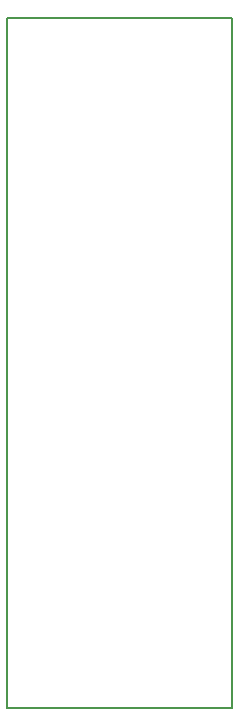
<source format=gbr>
G04 #@! TF.GenerationSoftware,KiCad,Pcbnew,5.0.0-rc2-dev-unknown-5e5e80d~64~ubuntu16.04.1*
G04 #@! TF.CreationDate,2018-07-20T09:57:53-03:00*
G04 #@! TF.ProjectId,termografia1,7465726D6F677261666961312E6B6963,rev?*
G04 #@! TF.SameCoordinates,Original*
G04 #@! TF.FileFunction,Profile,NP*
%FSLAX46Y46*%
G04 Gerber Fmt 4.6, Leading zero omitted, Abs format (unit mm)*
G04 Created by KiCad (PCBNEW 5.0.0-rc2-dev-unknown-5e5e80d~64~ubuntu16.04.1) date Fri Jul 20 09:57:53 2018*
%MOMM*%
%LPD*%
G01*
G04 APERTURE LIST*
%ADD10C,0.150000*%
G04 APERTURE END LIST*
D10*
X119380000Y-146050000D02*
X119380000Y-87630000D01*
X138430000Y-146050000D02*
X119380000Y-146050000D01*
X138430000Y-87630000D02*
X138430000Y-146050000D01*
X119380000Y-87630000D02*
X138430000Y-87630000D01*
M02*

</source>
